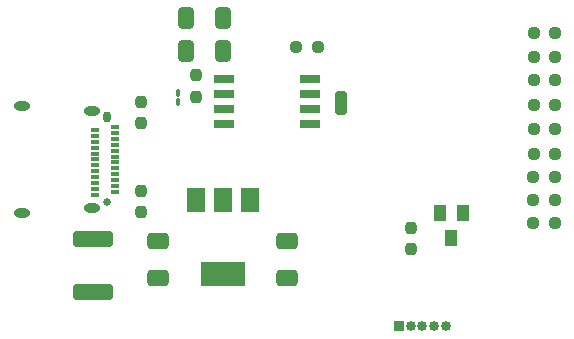
<source format=gbs>
G04 #@! TF.GenerationSoftware,KiCad,Pcbnew,7.0.9*
G04 #@! TF.CreationDate,2023-11-26T00:11:53+01:00*
G04 #@! TF.ProjectId,v1,76312e6b-6963-4616-945f-706362585858,rev?*
G04 #@! TF.SameCoordinates,Original*
G04 #@! TF.FileFunction,Soldermask,Bot*
G04 #@! TF.FilePolarity,Negative*
%FSLAX46Y46*%
G04 Gerber Fmt 4.6, Leading zero omitted, Abs format (unit mm)*
G04 Created by KiCad (PCBNEW 7.0.9) date 2023-11-26 00:11:53*
%MOMM*%
%LPD*%
G01*
G04 APERTURE LIST*
G04 Aperture macros list*
%AMRoundRect*
0 Rectangle with rounded corners*
0 $1 Rounding radius*
0 $2 $3 $4 $5 $6 $7 $8 $9 X,Y pos of 4 corners*
0 Add a 4 corners polygon primitive as box body*
4,1,4,$2,$3,$4,$5,$6,$7,$8,$9,$2,$3,0*
0 Add four circle primitives for the rounded corners*
1,1,$1+$1,$2,$3*
1,1,$1+$1,$4,$5*
1,1,$1+$1,$6,$7*
1,1,$1+$1,$8,$9*
0 Add four rect primitives between the rounded corners*
20,1,$1+$1,$2,$3,$4,$5,0*
20,1,$1+$1,$4,$5,$6,$7,0*
20,1,$1+$1,$6,$7,$8,$9,0*
20,1,$1+$1,$8,$9,$2,$3,0*%
G04 Aperture macros list end*
%ADD10R,0.850000X0.850000*%
%ADD11O,0.850000X0.850000*%
%ADD12R,1.000000X1.400000*%
%ADD13RoundRect,0.250000X-0.650000X0.412500X-0.650000X-0.412500X0.650000X-0.412500X0.650000X0.412500X0*%
%ADD14RoundRect,0.237500X-0.237500X0.250000X-0.237500X-0.250000X0.237500X-0.250000X0.237500X0.250000X0*%
%ADD15RoundRect,0.250000X-0.412500X-0.650000X0.412500X-0.650000X0.412500X0.650000X-0.412500X0.650000X0*%
%ADD16RoundRect,0.237500X-0.250000X-0.237500X0.250000X-0.237500X0.250000X0.237500X-0.250000X0.237500X0*%
%ADD17R,1.500000X2.000000*%
%ADD18R,3.800000X2.000000*%
%ADD19RoundRect,0.250000X-1.450000X0.400000X-1.450000X-0.400000X1.450000X-0.400000X1.450000X0.400000X0*%
%ADD20RoundRect,0.237500X0.237500X-0.250000X0.237500X0.250000X-0.237500X0.250000X-0.237500X-0.250000X0*%
%ADD21RoundRect,0.250000X0.250000X0.750000X-0.250000X0.750000X-0.250000X-0.750000X0.250000X-0.750000X0*%
%ADD22RoundRect,0.250000X0.650000X-0.412500X0.650000X0.412500X-0.650000X0.412500X-0.650000X-0.412500X0*%
%ADD23RoundRect,0.100000X0.100000X-0.217500X0.100000X0.217500X-0.100000X0.217500X-0.100000X-0.217500X0*%
%ADD24RoundRect,0.237500X0.250000X0.237500X-0.250000X0.237500X-0.250000X-0.237500X0.250000X-0.237500X0*%
%ADD25R,1.700000X0.650000*%
%ADD26C,0.650000*%
%ADD27O,0.650000X0.950000*%
%ADD28R,0.700000X0.300000*%
%ADD29O,1.400000X0.800000*%
G04 APERTURE END LIST*
D10*
X153320000Y-115400000D03*
D11*
X154320000Y-115400000D03*
X155320000Y-115400000D03*
X156320000Y-115400000D03*
X157320000Y-115400000D03*
D12*
X156820000Y-105800000D03*
X158720000Y-105800000D03*
X157770000Y-108000000D03*
D13*
X143820000Y-108200000D03*
X143820000Y-111325000D03*
D14*
X131459600Y-96430600D03*
X131459600Y-98255600D03*
D15*
X135320000Y-89350000D03*
X138445000Y-89350000D03*
D16*
X164745000Y-94600000D03*
X166570000Y-94600000D03*
X164720000Y-104700000D03*
X166545000Y-104700000D03*
X164745000Y-100810000D03*
X166570000Y-100810000D03*
D17*
X136120000Y-104700000D03*
X138420000Y-104700000D03*
D18*
X138420000Y-111000000D03*
D17*
X140720000Y-104700000D03*
D14*
X131459600Y-103955600D03*
X131459600Y-105780600D03*
D19*
X127420000Y-108050000D03*
X127420000Y-112500000D03*
D20*
X154320000Y-108900000D03*
X154320000Y-107075000D03*
D16*
X164745000Y-98710000D03*
X166570000Y-98710000D03*
D21*
X148420000Y-96500000D03*
D22*
X132920000Y-111362500D03*
X132920000Y-108237500D03*
D23*
X134620000Y-96475000D03*
X134620000Y-95660000D03*
D16*
X164745000Y-92600000D03*
X166570000Y-92600000D03*
X164720000Y-106700000D03*
X166545000Y-106700000D03*
X164745000Y-90600000D03*
X166570000Y-90600000D03*
X164720000Y-102800000D03*
X166545000Y-102800000D03*
D24*
X146445000Y-91800000D03*
X144620000Y-91800000D03*
D15*
X135320000Y-92100000D03*
X138445000Y-92100000D03*
D25*
X145820000Y-94490000D03*
X145820000Y-95760000D03*
X145820000Y-97030000D03*
X145820000Y-98300000D03*
X138520000Y-98300000D03*
X138520000Y-97030000D03*
X138520000Y-95760000D03*
X138520000Y-94490000D03*
D14*
X136120000Y-94190000D03*
X136120000Y-96015000D03*
D26*
X128620000Y-104910000D03*
D27*
X128620000Y-97710000D03*
D28*
X129280000Y-104060000D03*
X129280000Y-103560000D03*
X129280000Y-103060000D03*
X129280000Y-102560000D03*
X129280000Y-102060000D03*
X129280000Y-101560000D03*
X129280000Y-101060000D03*
X129280000Y-100560000D03*
X129280000Y-100060000D03*
X129280000Y-99560000D03*
X129280000Y-99060000D03*
X129280000Y-98560000D03*
X127580000Y-98810000D03*
X127580000Y-99310000D03*
X127580000Y-99810000D03*
X127580000Y-100310000D03*
X127580000Y-100810000D03*
X127580000Y-101310000D03*
X127580000Y-101810000D03*
X127580000Y-102310000D03*
X127580000Y-102810000D03*
X127580000Y-103310000D03*
X127580000Y-103810000D03*
X127580000Y-104310000D03*
D29*
X121420000Y-105800000D03*
X127370000Y-105440000D03*
X127370000Y-97180000D03*
X121420000Y-96820000D03*
D16*
X164745000Y-96700000D03*
X166570000Y-96700000D03*
M02*

</source>
